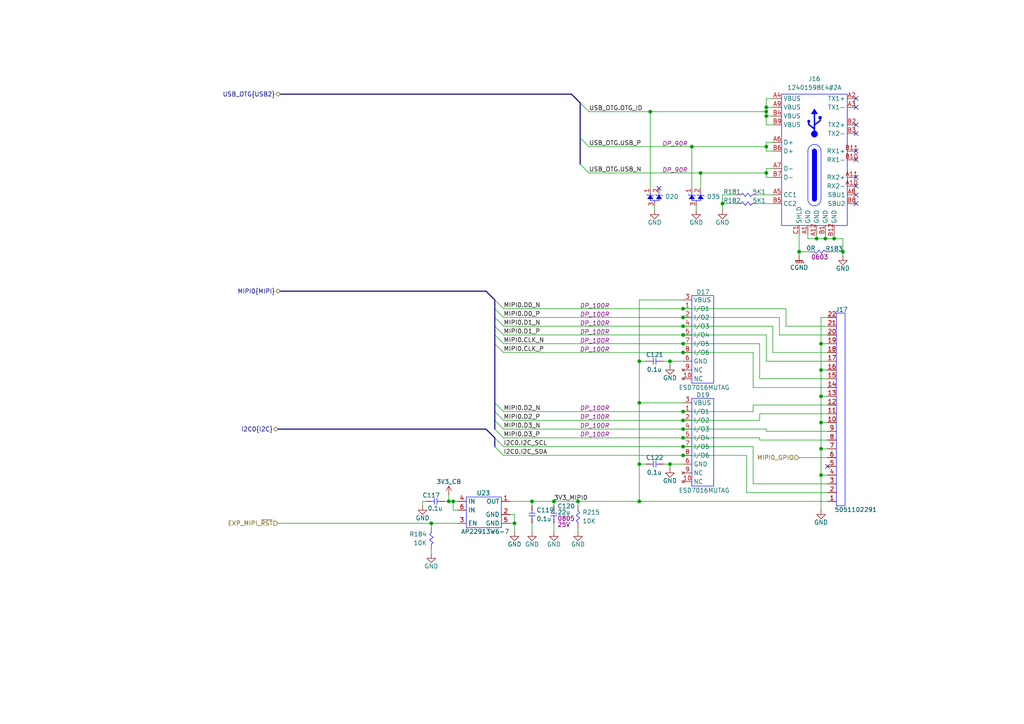
<source format=kicad_sch>
(kicad_sch (version 20250114) (generator "eeschema") (generator_version "9.0")
  (paper "A4")
  (title_block (title "RPI CMx Carrier") (date "2025-12-07") (rev "2.00-0A") (comment 1 "Jean-Francois Bilodeau") (comment 2 "P.Eng #6022173") (comment 3 "203-1690 Rue des quatre-saisons") (comment 4 "Sherbrooke, Canada, J1E0N2") (comment 5 "KiCad Rev 9.0") (comment 6 "Jean-Francois Bilodeau") (comment 7 "Not applicable") (comment 8 "Preliminary") (comment 9 "RPI_CMx_Carrier_2.00-0A_BOM"))
  (lib_symbols
    (symbol "KiCad_Pwr_Symbols:+3V3" (power) (pin_numbers (hide yes)) (pin_names (offset 0) (hide yes))
      (property "Value" "+3V3" (at 0 3.556 0))
      (symbol "+3V3_0_1"
        (polyline (pts (xy -0.762 1.27) (xy 0 2.54)))
        (polyline (pts (xy 0 2.54) (xy 0.762 1.27)))
        (polyline (pts (xy 0 0) (xy 0 2.54)))
      )
      (symbol "+3V3_1_1"
        (pin power_in line (at 0 0 90) (length 0) (name "~") (number "1"))
      )
    )
    (symbol "KiCad_Pwr_Symbols:GND" (power) (pin_numbers (hide yes)) (pin_names (offset 0) (hide yes))
      (property "Value" "GND" (at 0 -3.81 0))
      (symbol "GND_0_1"
        (polyline (pts (xy 0 0) (xy 0 -1.27) (xy 1.27 -1.27) (xy 0 -2.54) (xy -1.27 -1.27) (xy 0 -1.27)))
      )
      (symbol "GND_1_1"
        (pin power_in line (at 0 0 270) (length 0) (name "~") (number "1"))
      )
    )
    (symbol "KiCad_Pwr_Symbols:GNDPWR" (power) (pin_numbers (hide yes)) (pin_names (offset 0) (hide yes))
      (property "Value" "GNDPWR" (at 0 -3.302 0))
      (symbol "GNDPWR_0_1"
        (polyline (pts (xy -1.016 -1.27) (xy -1.27 -2.032) (xy -1.27 -2.032)) (stroke (width 0.2032)))
        (polyline (pts (xy -0.508 -1.27) (xy -0.762 -2.032) (xy -0.762 -2.032)) (stroke (width 0.2032)))
        (polyline (pts (xy 0 -1.27) (xy 0 0)))
        (polyline (pts (xy 0 -1.27) (xy -0.254 -2.032) (xy -0.254 -2.032)) (stroke (width 0.2032)))
        (polyline (pts (xy 0.508 -1.27) (xy 0.254 -2.032) (xy 0.254 -2.032)) (stroke (width 0.2032)))
        (polyline (pts (xy 1.016 -1.27) (xy -1.016 -1.27) (xy -1.016 -1.27)) (stroke (width 0.2032)))
        (polyline (pts (xy 1.016 -1.27) (xy 0.762 -2.032) (xy 0.762 -2.032) (xy 0.762 -2.032)) (stroke (width 0.2032)))
      )
      (symbol "GNDPWR_1_1"
        (pin power_in line (at 0 0 270) (length 0) (name "~") (number "1"))
      )
    )
    (symbol "KicadCompDb:Capacitors/CAP_CER_SMT_00001" (pin_numbers (hide yes)) (pin_names (offset 0) (hide yes))
      (property "Reference" "C" (at 2.54 1.651 0))
      (property "Value" "0.1u" (at 1.524 -1.524 0))
      (symbol "Capacitors/CAP_CER_SMT_00001_1_1"
        (polyline (pts (xy 2.159 0.889) (xy 2.159 -0.889)) (stroke (width 0) (color 0 0 255 1)))
        (polyline (pts (xy 2.159 0) (xy 1.27 0)) (stroke (width 0) (color 0 0 255 1)))
        (polyline (pts (xy 2.921 0.889) (xy 2.921 -0.889)) (stroke (width 0) (color 0 0 255 1)))
        (polyline (pts (xy 3.81 0) (xy 2.921 0)) (stroke (width 0) (color 0 0 255 1)))
        (pin passive line (at 0 0 0) (length 1.27) (name "") (number "1"))
        (pin passive line (at 5.08 0 180) (length 1.27) (name "") (number "2"))
      )
    )
    (symbol "KicadCompDb:Capacitors/CAP_CER_SMT_00011" (pin_numbers (hide yes)) (pin_names (offset 0) (hide yes))
      (property "Reference" "C" (at 2.54 1.651 0))
      (property "Value" "22u" (at 1.524 -1.524 0))
      (property "Package" "0805" (at 0 -16.256 0))
      (property "Voltage Rating" "25V" (at 0 0 0))
      (symbol "Capacitors/CAP_CER_SMT_00011_1_1"
        (polyline (pts (xy 2.159 0.889) (xy 2.159 -0.889)) (stroke (width 0) (color 0 0 255 1)))
        (polyline (pts (xy 2.159 0) (xy 1.27 0)) (stroke (width 0) (color 0 0 255 1)))
        (polyline (pts (xy 2.921 0.889) (xy 2.921 -0.889)) (stroke (width 0) (color 0 0 255 1)))
        (polyline (pts (xy 3.81 0) (xy 2.921 0)) (stroke (width 0) (color 0 0 255 1)))
        (pin passive line (at 0 0 0) (length 1.27) (name "") (number "1"))
        (pin passive line (at 5.08 0 180) (length 1.27) (name "") (number "2"))
      )
    )
    (symbol "KicadCompDb:Connector/CONN_00006" (pin_names (hide yes))
      (property "Reference" "J" (at 1.27 1.27 0))
      (property "Value" "5051102291" (at 0 0 0))
      (symbol "Connector/CONN_00006_1_1"
        (rectangle (start 0 0) (end 2.54 -55.88) (stroke (width 0) (color 0 0 255 1)))
        (pin passive line (at -2.54 -1.27 0) (length 2.54) (name "1") (number "1"))
        (pin passive line (at -2.54 -3.81 0) (length 2.54) (name "2") (number "2"))
        (pin passive line (at -2.54 -6.35 0) (length 2.54) (name "3") (number "3"))
        (pin passive line (at -2.54 -8.89 0) (length 2.54) (name "4") (number "4"))
        (pin passive line (at -2.54 -11.43 0) (length 2.54) (name "5") (number "5"))
        (pin passive line (at -2.54 -13.97 0) (length 2.54) (name "6") (number "6"))
        (pin passive line (at -2.54 -16.51 0) (length 2.54) (name "7") (number "7"))
        (pin passive line (at -2.54 -19.05 0) (length 2.54) (name "8") (number "8"))
        (pin passive line (at -2.54 -21.59 0) (length 2.54) (name "9") (number "9"))
        (pin passive line (at -2.54 -24.13 0) (length 2.54) (name "10") (number "10"))
        (pin passive line (at -2.54 -26.67 0) (length 2.54) (name "11") (number "11"))
        (pin passive line (at -2.54 -29.21 0) (length 2.54) (name "12") (number "12"))
        (pin passive line (at -2.54 -31.75 0) (length 2.54) (name "13") (number "13"))
        (pin passive line (at -2.54 -34.29 0) (length 2.54) (name "14") (number "14"))
        (pin passive line (at -2.54 -36.83 0) (length 2.54) (name "15") (number "15"))
        (pin passive line (at -2.54 -39.37 0) (length 2.54) (name "16") (number "16"))
        (pin passive line (at -2.54 -41.91 0) (length 2.54) (name "17") (number "17"))
        (pin passive line (at -2.54 -44.45 0) (length 2.54) (name "18") (number "18"))
        (pin passive line (at -2.54 -46.99 0) (length 2.54) (name "19") (number "19"))
        (pin passive line (at -2.54 -49.53 0) (length 2.54) (name "20") (number "20"))
        (pin passive line (at -2.54 -52.07 0) (length 2.54) (name "21") (number "21"))
        (pin passive line (at -2.54 -54.61 0) (length 2.54) (name "22") (number "22"))
      )
    )
    (symbol "KicadCompDb:Connector/CONN_00019"
      (property "Reference" "J" (at 9.525 1.27 0))
      (property "Value" "12401598E4#2A" (at 0 0 0))
      (symbol "Connector/CONN_00019_0_1"
        (polyline (pts (xy 7.62 -16.51) (xy 7.62 -30.48)) (stroke (width 0) (color 0 0 255 1)))
        (polyline (pts (xy 8.89 -16.51) (xy 8.89 -30.48)) (stroke (width 0) (color 0 0 255 1)) (fill (type outline)))
        (rectangle (start 8.89 -16.51) (end 10.16 -30.48) (stroke (width 0) (color 0 0 255 1)) (fill (type outline)))
        (arc (start 7.62 -16.51) (mid 8.178 -15.163) (end 9.525 -14.605) (stroke (width 0) (color 0 0 255 1)))
        (arc (start 8.89 -16.51) (mid 9.076 -16.061) (end 9.525 -15.875) (stroke (width 0) (color 0 0 255 1)) (fill (type outline)))
        (arc (start 9.525 -14.605) (mid 10.872 -15.163) (end 11.43 -16.51) (stroke (width 0) (color 0 0 255 1)))
        (arc (start 9.525 -15.875) (mid 9.974 -16.061) (end 10.16 -16.51) (stroke (width 0) (color 0 0 255 1)) (fill (type outline)))
        (arc (start 9.525 -31.115) (mid 9.076 -30.929) (end 8.89 -30.48) (stroke (width 0) (color 0 0 255 1)) (fill (type outline)))
        (arc (start 9.525 -32.385) (mid 8.178 -31.827) (end 7.62 -30.48) (stroke (width 0) (color 0 0 255 1)))
        (arc (start 10.16 -30.48) (mid 9.974 -30.929) (end 9.525 -31.115) (stroke (width 0) (color 0 0 255 1)) (fill (type outline)))
        (arc (start 11.43 -30.48) (mid 10.872 -31.827) (end 9.525 -32.385) (stroke (width 0) (color 0 0 255 1)))
        (polyline (pts (xy 10.16 -30.48) (xy 10.16 -16.51)) (stroke (width 0) (color 0 0 255 1)) (fill (type outline)))
        (polyline (pts (xy 11.43 -16.51) (xy 11.43 -30.48)) (stroke (width 0) (color 0 0 255 1)))
      )
      (symbol "Connector/CONN_00019_1_0"
        (pin power_in line (at -2.54 -6.35 0) (length 2.54) (name "VBUS") (number "B4"))
        (pin power_in line (at -2.54 -8.89 0) (length 2.54) (name "VBUS") (number "B9"))
        (pin bidirectional line (at -2.54 -16.51 0) (length 2.54) (name "D+") (number "B6"))
        (pin bidirectional line (at -2.54 -24.13 0) (length 2.54) (name "D-") (number "B7"))
        (pin bidirectional line (at -2.54 -31.75 0) (length 2.54) (name "CC2") (number "B5"))
        (pin power_in line (at 5.08 -40.64 90) (length 2.54) (name "SHLD") (number "C1"))
        (pin power_in line (at 10.16 -40.64 90) (length 2.54) (name "GND") (number "A12"))
        (pin power_in line (at 12.7 -40.64 90) (length 2.54) (name "GND") (number "B1"))
        (pin power_in line (at 15.24 -40.64 90) (length 2.54) (name "GND") (number "B12"))
        (pin bidirectional line (at 21.59 -8.89 180) (length 2.54) (name "TX2+") (number "B2"))
        (pin bidirectional line (at 21.59 -11.43 180) (length 2.54) (name "TX2-") (number "B3"))
        (pin bidirectional line (at 21.59 -16.51 180) (length 2.54) (name "RX1+") (number "B11"))
        (pin bidirectional line (at 21.59 -19.05 180) (length 2.54) (name "RX1-") (number "B10"))
        (pin input line (at 21.59 -31.75 180) (length 2.54) (name "SBU2") (number "B8"))
      )
      (symbol "Connector/CONN_00019_1_1"
        (rectangle (start 0 0) (end 19.05 -38.1) (stroke (width 0) (color 0 0 255 1)))
        (rectangle (start 7.747 -8.255) (end 8.001 -8.763) (stroke (width 0) (color 0 0 255 1)) (fill (type outline)))
        (circle (center 7.874 -7.874) (radius 0.3592) (stroke (width 0) (color 0 0 255 1)) (fill (type outline)))
        (polyline (pts (xy 8.001 -8.763) (xy 9.398 -9.779) (xy 9.398 -10.16) (xy 7.747 -8.89) (xy 7.747 -8.763) (xy 8.001 -8.763)) (stroke (width 0) (color 0 0 255 1)) (fill (type outline)))
        (polyline (pts (xy 8.636 -5.715) (xy 10.414 -5.715) (xy 9.525 -4.318) (xy 8.636 -5.715)) (stroke (width 0) (color 0 0 255 1)) (fill (type outline)))
        (rectangle (start 9.398 -5.08) (end 9.652 -11.176) (stroke (width 0) (color 0 0 255 1)) (fill (type outline)))
        (polyline (pts (xy 9.398 -10.033) (xy 9.525 -9.652)) (stroke (width 0) (color 0 0 255 1)))
        (circle (center 9.525 -11.557) (radius 0.898) (stroke (width 0) (color 0 0 255 1)) (fill (type color) (color 0 0 255 1)))
        (rectangle (start 10.795 -6.477) (end 11.557 -7.112) (stroke (width 0) (color 0 0 255 1)) (fill (type outline)))
        (polyline (pts (xy 11.049 -7.62) (xy 9.652 -8.636) (xy 9.652 -9.017) (xy 11.303 -7.747) (xy 11.303 -7.62) (xy 11.049 -7.62)) (stroke (width 0) (color 0 0 255 1)) (fill (type outline)))
        (rectangle (start 11.303 -7.112) (end 11.049 -7.62) (stroke (width 0) (color 0 0 255 1)) (fill (type outline)))
        (pin power_in line (at -2.54 -1.27 0) (length 2.54) (name "VBUS") (number "A4"))
        (pin power_in line (at -2.54 -3.81 0) (length 2.54) (name "VBUS") (number "A9"))
        (pin bidirectional line (at -2.54 -13.97 0) (length 2.54) (name "D+") (number "A6"))
        (pin bidirectional line (at -2.54 -21.59 0) (length 2.54) (name "D-") (number "A7"))
        (pin bidirectional line (at -2.54 -29.21 0) (length 2.54) (name "CC1") (number "A5"))
        (pin power_out line (at 7.62 -40.64 90) (length 2.54) (name "GND") (number "A1"))
        (pin bidirectional line (at 21.59 -1.27 180) (length 2.54) (name "TX1+") (number "A2"))
        (pin bidirectional line (at 21.59 -3.81 180) (length 2.54) (name "TX1-") (number "A3"))
        (pin bidirectional line (at 21.59 -24.13 180) (length 2.54) (name "RX2+") (number "A11"))
        (pin bidirectional line (at 21.59 -26.67 180) (length 2.54) (name "RX2-") (number "A10"))
        (pin input line (at 21.59 -29.21 180) (length 2.54) (name "SBU1") (number "A8"))
      )
    )
    (symbol "KicadCompDb:ESD Diodes/ESD_DIODE_00001"
      (property "Reference" "D" (at 3.048 1.016 0))
      (property "Value" "ESD7016MUTAG" (at 0 0 0))
      (symbol "ESD Diodes/ESD_DIODE_00001_0_1"
        (rectangle (start 0 0) (end 6.35 -25.4) (stroke (width 0) (color 0 0 255 1)))
      )
      (symbol "ESD Diodes/ESD_DIODE_00001_1_1"
        (pin power_in line (at -2.54 -1.27 0) (length 2.54) (name "VBUS") (number "3"))
        (pin input line (at -2.54 -3.81 0) (length 2.54) (name "I/O1") (number "1"))
        (pin input line (at -2.54 -6.35 0) (length 2.54) (name "I/O2") (number "2"))
        (pin input line (at -2.54 -8.89 0) (length 2.54) (name "I/O3") (number "4"))
        (pin input line (at -2.54 -11.43 0) (length 2.54) (name "I/O4") (number "5"))
        (pin input line (at -2.54 -13.97 0) (length 2.54) (name "I/O5") (number "7"))
        (pin input line (at -2.54 -16.51 0) (length 2.54) (name "I/O6") (number "8"))
        (pin power_in line (at -2.54 -19.05 0) (length 2.54) (name "GND") (number "6"))
        (pin no_connect line (at -2.54 -21.59 0) (length 2.54) (name "NC") (number "9"))
        (pin no_connect line (at -2.54 -24.13 0) (length 2.54) (name "NC") (number "10"))
      )
    )
    (symbol "KicadCompDb:ESD Diodes/ESD_DIODE_00002" (pin_names (offset 0) (hide yes))
      (property "Reference" "D" (at 1.27 1.524 0))
      (property "Value" "D1213A-02SOL-7" (at 1.524 -1.524 0))
      (property "V(r)" "3.3V" (at 0.254 -20.32 0))
      (symbol "ESD Diodes/ESD_DIODE_00002_0_1"
        (polyline (pts (xy 0 -1.016) (xy 0 -2.032)) (stroke (width 0) (color 0 0 255 1)))
        (polyline (pts (xy 0 -2.032) (xy -0.762 -2.032) (xy -1.016 -1.778)) (stroke (width 0) (color 0 0 255 1)))
        (polyline (pts (xy 0 -2.032) (xy 0.508 -2.032) (xy 0.762 -2.032) (xy 1.016 -2.286)) (stroke (width 0) (color 0 0 255 1)))
        (polyline (pts (xy 0 -3.048) (xy 0 -3.556) (xy 1.27 -3.556) (xy 1.27 -4.064)) (stroke (width 0) (color 0 0 255 1)))
        (polyline (pts (xy 0 -3.048) (xy 0.762 -3.048) (xy 0 -2.032) (xy -0.762 -3.048) (xy 0 -3.048)) (stroke (width 0) (color 0 0 255 1)) (fill (type outline)))
        (polyline (pts (xy 2.54 -1.27) (xy 2.54 -2.032)) (stroke (width 0) (color 0 0 255 1)))
        (polyline (pts (xy 2.54 -2.032) (xy 1.778 -2.032) (xy 1.524 -1.778)) (stroke (width 0) (color 0 0 255 1)))
        (polyline (pts (xy 2.54 -2.032) (xy 3.048 -2.032) (xy 3.302 -2.032) (xy 3.556 -2.286)) (stroke (width 0) (color 0 0 255 1)))
        (polyline (pts (xy 2.54 -3.048) (xy 3.302 -3.048) (xy 2.54 -2.032) (xy 1.778 -3.048) (xy 2.54 -3.048)) (stroke (width 0) (color 0 0 255 1)) (fill (type outline)))
        (polyline (pts (xy 2.54 -3.556) (xy 1.27 -3.556)) (stroke (width 0) (color 0 0 255 1)))
        (polyline (pts (xy 2.54 -3.556) (xy 2.54 -3.556) (xy 2.54 -3.048)) (stroke (width 0) (color 0 0 255 1)))
      )
      (symbol "ESD Diodes/ESD_DIODE_00002_1_1"
        (pin passive line (at 0 0 270) (length 1.27) (name "1") (number "1"))
        (pin passive line (at 1.27 -5.08 90) (length 1.016) (name "GND") (number "3"))
        (pin passive line (at 2.54 0 270) (length 1.27) (name "A") (number "2"))
      )
    )
    (symbol "KicadCompDb:Load Switch/LOAD_SW_00001"
      (property "Reference" "U" (at 5.08 1.016 0))
      (property "Value" "AP22913W6-7" (at 0 0 0))
      (symbol "Load Switch/LOAD_SW_00001_1_1"
        (rectangle (start 0 0) (end 10.16 -8.89) (stroke (width 0) (color 0 0 255 1)))
        (pin input line (at -2.54 -1.27 0) (length 2.54) (name "IN") (number "4"))
        (pin input line (at -2.54 -3.81 0) (length 2.54) (name "IN") (number "6"))
        (pin input line (at -2.54 -7.62 0) (length 2.54) (name "EN") (number "3"))
        (pin power_out line (at 12.7 -1.27 180) (length 2.54) (name "OUT") (number "1"))
        (pin power_in line (at 12.7 -5.08 180) (length 2.54) (name "GND") (number "2"))
        (pin power_in line (at 12.7 -7.62 180) (length 2.54) (name "GND") (number "5"))
      )
    )
    (symbol "KicadCompDb:Resistors/RES_SMT_00013" (pin_numbers (hide yes)) (pin_names (offset 0) (hide yes))
      (property "Reference" "R" (at 1.524 1.524 0))
      (property "Value" "10K" (at 1.524 -1.524 0))
      (symbol "Resistors/RES_SMT_00013_1_1"
        (polyline (pts (xy 0.254 0) (xy 0 0)) (stroke (width 0) (color 0 0 255 1)))
        (polyline (pts (xy 0.254 0) (xy 0.762 0.508) (xy 1.524 -0.508) (xy 2.286 0.508) (xy 3.048 -0.508) (xy 3.556 0)) (stroke (width 0) (color 0 0 255 1)))
        (polyline (pts (xy 3.81 0) (xy 3.556 0)) (stroke (width 0) (color 0 0 255 1)))
        (pin passive line (at -1.27 0 0) (length 1.27) (name "") (number "1"))
        (pin passive line (at 5.08 0 180) (length 1.27) (name "") (number "2"))
      )
    )
    (symbol "KicadCompDb:Resistors/RES_SMT_00021" (pin_numbers (hide yes)) (pin_names (offset 0) (hide yes))
      (property "Reference" "R" (at 1.524 1.524 0))
      (property "Value" "0R" (at 1.524 -1.524 0))
      (property "Tolerance" "1%" (at 2.794 -3.302 0))
      (property "Power" "1/10W" (at 2.286 -1.524 0))
      (symbol "Resistors/RES_SMT_00021_1_1"
        (polyline (pts (xy 0 0) (xy 0.508 0.508) (xy 1.27 -0.508) (xy 2.032 0.508) (xy 2.794 -0.508) (xy 3.302 0)) (stroke (width 0) (color 0 0 255 1)))
        (pin passive line (at -1.27 0 0) (length 1.27) (name "") (number "1"))
        (pin passive line (at 4.572 0 180) (length 1.27) (name "") (number "2"))
      )
    )
    (symbol "KicadCompDb:Resistors/RES_SMT_00034" (pin_numbers (hide yes)) (pin_names (offset 0) (hide yes))
      (property "Reference" "R" (at 1.524 1.524 0))
      (property "Value" "5K1" (at 1.524 -1.524 0))
      (symbol "Resistors/RES_SMT_00034_1_1"
        (polyline (pts (xy 0.254 0) (xy 0 0)) (stroke (width 0) (color 0 0 255 1)))
        (polyline (pts (xy 0.254 0) (xy 0.762 0.508) (xy 1.524 -0.508) (xy 2.286 0.508) (xy 3.048 -0.508) (xy 3.556 0)) (stroke (width 0) (color 0 0 255 1)))
        (polyline (pts (xy 3.81 0) (xy 3.556 0)) (stroke (width 0) (color 0 0 255 1)))
        (pin passive line (at -1.27 0 0) (length 1.27) (name "") (number "1"))
        (pin passive line (at 5.08 0 180) (length 1.27) (name "") (number "2"))
      )
    )
  )
  (junction (at 200.66 42.545))
  (junction (at 185.42 145.415))
  (junction (at 185.42 104.775))
  (junction (at 244.475 73.025))
  (junction (at 185.42 134.62))
  (junction (at 222.25 32.385))
  (junction (at 198.12 99.695))
  (junction (at 198.12 129.54))
  (junction (at 198.12 124.46))
  (junction (at 238.125 137.795))
  (junction (at 198.12 102.235))
  (junction (at 130.175 145.415))
  (junction (at 222.25 31.115))
  (junction (at 238.125 130.175))
  (junction (at 198.12 119.38))
  (junction (at 198.12 127))
  (junction (at 238.125 99.695))
  (junction (at 188.595 32.385))
  (junction (at 241.935 69.215))
  (junction (at 185.42 116.84))
  (junction (at 198.12 132.08))
  (junction (at 239.395 69.215))
  (junction (at 154.305 145.415))
  (junction (at 194.31 134.62))
  (junction (at 198.12 89.535))
  (junction (at 231.775 73.025))
  (junction (at 160.655 145.415))
  (junction (at 198.12 97.155))
  (junction (at 131.445 145.415))
  (junction (at 238.125 107.315))
  (junction (at 236.855 69.215))
  (junction (at 125.095 151.765))
  (junction (at 149.225 151.765))
  (junction (at 167.64 145.415))
  (junction (at 238.125 122.555))
  (junction (at 238.125 114.935))
  (junction (at 222.25 42.545))
  (junction (at 209.55 59.055))
  (junction (at 198.12 94.615))
  (junction (at 222.25 33.655))
  (junction (at 198.12 92.075))
  (junction (at 198.12 121.92))
  (junction (at 222.25 50.165))
  (junction (at 194.31 104.775))
  (junction (at 203.2 50.165))
  (no_connect (at 248.285 53.975))
  (no_connect (at 248.285 43.815))
  (no_connect (at 248.285 56.515))
  (no_connect (at 240.03 135.255))
  (no_connect (at 248.285 46.355))
  (no_connect (at 191.135 54.61))
  (no_connect (at 248.285 31.115))
  (no_connect (at 248.285 28.575))
  (no_connect (at 248.285 36.195))
  (no_connect (at 248.285 38.735))
  (no_connect (at 248.285 51.435))
  (no_connect (at 248.285 59.055))
  (bus_entry (at 143.51 94.615) (size 2.54 2.54))
  (bus_entry (at 143.51 99.695) (size 2.54 2.54))
  (bus_entry (at 143.51 92.075) (size 2.54 2.54))
  (bus_entry (at 168.275 40.005) (size 2.54 2.54))
  (bus_entry (at 143.51 127) (size 2.54 2.54))
  (bus_entry (at 168.275 29.845) (size 2.54 2.54))
  (bus_entry (at 168.275 47.625) (size 2.54 2.54))
  (bus_entry (at 143.51 129.54) (size 2.54 2.54))
  (bus_entry (at 143.51 97.155) (size 2.54 2.54))
  (bus_entry (at 143.51 86.995) (size 2.54 2.54))
  (bus_entry (at 143.51 89.535) (size 2.54 2.54))
  (bus_entry (at 143.51 119.38) (size 2.54 2.54))
  (bus_entry (at 143.51 121.92) (size 2.54 2.54))
  (bus_entry (at 143.51 124.46) (size 2.54 2.54))
  (bus_entry (at 143.51 116.84) (size 2.54 2.54))
  (wire (pts (xy 209.55 59.055) (xy 209.55 60.96)))
  (wire (pts (xy 131.445 147.955) (xy 132.715 147.955)))
  (wire (pts (xy 238.125 99.695) (xy 240.03 99.695)))
  (wire (pts (xy 236.855 67.945) (xy 236.855 69.215)))
  (wire (pts (xy 226.06 92.075) (xy 226.06 97.155)))
  (wire (pts (xy 189.865 59.69) (xy 189.865 60.96)))
  (wire (pts (xy 227.965 89.535) (xy 227.965 94.615)))
  (wire (pts (xy 198.12 94.615) (xy 224.155 94.615)))
  (bus (pts (xy 168.275 40.005) (xy 168.275 47.625)))
  (wire (pts (xy 80.645 151.765) (xy 125.095 151.765)))
  (wire (pts (xy 198.12 92.075) (xy 226.06 92.075)))
  (wire (pts (xy 209.55 56.515) (xy 213.36 56.515)))
  (wire (pts (xy 222.25 42.545) (xy 222.25 43.815)))
  (wire (pts (xy 200.66 42.545) (xy 200.66 54.61)))
  (wire (pts (xy 198.12 132.08) (xy 216.535 132.08)))
  (wire (pts (xy 209.55 56.515) (xy 209.55 59.055)))
  (wire (pts (xy 244.475 69.215) (xy 244.475 73.025)))
  (wire (pts (xy 188.595 32.385) (xy 222.25 32.385)))
  (wire (pts (xy 244.475 73.025) (xy 244.475 74.295)))
  (wire (pts (xy 185.42 116.84) (xy 185.42 134.62)))
  (wire (pts (xy 218.44 117.475) (xy 218.44 119.38)))
  (bus (pts (xy 81.28 84.455) (xy 140.97 84.455)))
  (wire (pts (xy 198.12 124.46) (xy 222.25 124.46)))
  (wire (pts (xy 220.345 120.015) (xy 220.345 121.92)))
  (wire (pts (xy 231.775 132.715) (xy 240.03 132.715)))
  (wire (pts (xy 222.25 124.46) (xy 222.25 125.095)))
  (wire (pts (xy 222.25 51.435) (xy 224.155 51.435)))
  (wire (pts (xy 192.405 104.775) (xy 194.31 104.775)))
  (bus (pts (xy 143.51 97.155) (xy 143.51 99.695)))
  (wire (pts (xy 218.44 140.335) (xy 240.03 140.335)))
  (wire (pts (xy 203.2 50.165) (xy 222.25 50.165)))
  (wire (pts (xy 220.345 127.635) (xy 240.03 127.635)))
  (wire (pts (xy 231.775 67.945) (xy 231.775 73.025)))
  (wire (pts (xy 216.535 132.08) (xy 216.535 142.875)))
  (wire (pts (xy 222.25 41.275) (xy 222.25 42.545)))
  (wire (pts (xy 226.06 97.155) (xy 240.03 97.155)))
  (bus (pts (xy 143.51 121.92) (xy 143.51 124.46)))
  (wire (pts (xy 160.655 145.415) (xy 154.305 145.415)))
  (wire (pts (xy 185.42 104.775) (xy 185.42 116.84)))
  (wire (pts (xy 194.31 104.775) (xy 198.12 104.775)))
  (wire (pts (xy 154.305 151.765) (xy 154.305 154.305)))
  (wire (pts (xy 146.05 127) (xy 198.12 127)))
  (wire (pts (xy 146.05 129.54) (xy 198.12 129.54)))
  (wire (pts (xy 203.2 50.165) (xy 203.2 54.61)))
  (wire (pts (xy 167.64 145.415) (xy 185.42 145.415)))
  (wire (pts (xy 125.095 159.385) (xy 125.095 160.655)))
  (bus (pts (xy 143.51 119.38) (xy 143.51 121.92)))
  (wire (pts (xy 167.64 154.305) (xy 167.64 153.035)))
  (wire (pts (xy 185.42 86.995) (xy 198.12 86.995)))
  (wire (pts (xy 170.815 42.545) (xy 200.66 42.545)))
  (wire (pts (xy 185.42 86.995) (xy 185.42 104.775)))
  (wire (pts (xy 185.42 104.775) (xy 187.325 104.775)))
  (wire (pts (xy 185.42 145.415) (xy 240.03 145.415)))
  (wire (pts (xy 238.125 92.075) (xy 240.03 92.075)))
  (wire (pts (xy 219.71 56.515) (xy 224.155 56.515)))
  (bus (pts (xy 143.51 89.535) (xy 143.51 92.075)))
  (wire (pts (xy 238.125 107.315) (xy 238.125 114.935)))
  (wire (pts (xy 222.25 31.115) (xy 224.155 31.115)))
  (wire (pts (xy 198.12 97.155) (xy 222.25 97.155)))
  (wire (pts (xy 219.71 59.055) (xy 224.155 59.055)))
  (wire (pts (xy 146.05 92.075) (xy 198.12 92.075)))
  (wire (pts (xy 216.535 142.875) (xy 240.03 142.875)))
  (wire (pts (xy 200.66 42.545) (xy 222.25 42.545)))
  (wire (pts (xy 146.05 99.695) (xy 198.12 99.695)))
  (wire (pts (xy 222.25 32.385) (xy 222.25 33.655)))
  (wire (pts (xy 220.345 127) (xy 220.345 127.635)))
  (wire (pts (xy 149.225 151.765) (xy 149.225 154.305)))
  (wire (pts (xy 236.855 69.215) (xy 239.395 69.215)))
  (bus (pts (xy 143.51 92.075) (xy 143.51 94.615)))
  (wire (pts (xy 188.595 32.385) (xy 188.595 54.61)))
  (wire (pts (xy 238.125 130.175) (xy 240.03 130.175)))
  (bus (pts (xy 143.51 86.995) (xy 143.51 89.535)))
  (bus (pts (xy 140.97 84.455) (xy 143.51 86.995)))
  (wire (pts (xy 234.95 73.025) (xy 231.775 73.025)))
  (wire (pts (xy 238.125 92.075) (xy 238.125 99.695)))
  (wire (pts (xy 146.05 94.615) (xy 198.12 94.615)))
  (wire (pts (xy 241.935 69.215) (xy 244.475 69.215)))
  (wire (pts (xy 209.55 59.055) (xy 213.36 59.055)))
  (bus (pts (xy 143.51 127) (xy 143.51 129.54)))
  (bus (pts (xy 165.735 27.305) (xy 168.275 29.845)))
  (wire (pts (xy 131.445 145.415) (xy 132.715 145.415)))
  (bus (pts (xy 168.275 29.845) (xy 168.275 40.005)))
  (wire (pts (xy 149.225 149.225) (xy 149.225 151.765)))
  (wire (pts (xy 198.12 89.535) (xy 227.965 89.535)))
  (wire (pts (xy 238.125 122.555) (xy 240.03 122.555)))
  (wire (pts (xy 130.175 143.51) (xy 130.175 145.415)))
  (wire (pts (xy 198.12 102.235) (xy 218.44 102.235)))
  (wire (pts (xy 198.12 119.38) (xy 218.44 119.38)))
  (wire (pts (xy 238.125 114.935) (xy 240.03 114.935)))
  (wire (pts (xy 220.345 99.695) (xy 220.345 109.855)))
  (wire (pts (xy 222.25 125.095) (xy 240.03 125.095)))
  (wire (pts (xy 222.25 48.895) (xy 222.25 50.165)))
  (wire (pts (xy 238.125 107.315) (xy 240.03 107.315)))
  (wire (pts (xy 146.05 89.535) (xy 198.12 89.535)))
  (wire (pts (xy 146.05 132.08) (xy 198.12 132.08)))
  (wire (pts (xy 147.955 149.225) (xy 149.225 149.225)))
  (wire (pts (xy 222.25 33.655) (xy 224.155 33.655)))
  (wire (pts (xy 218.44 112.395) (xy 240.03 112.395)))
  (wire (pts (xy 185.42 116.84) (xy 198.12 116.84)))
  (wire (pts (xy 222.25 43.815) (xy 224.155 43.815)))
  (wire (pts (xy 239.395 69.215) (xy 241.935 69.215)))
  (bus (pts (xy 81.28 27.305) (xy 165.735 27.305)))
  (wire (pts (xy 185.42 134.62) (xy 185.42 145.415)))
  (wire (pts (xy 224.155 102.235) (xy 240.03 102.235)))
  (wire (pts (xy 224.155 94.615) (xy 224.155 102.235)))
  (wire (pts (xy 218.44 102.235) (xy 218.44 112.395)))
  (wire (pts (xy 160.655 145.415) (xy 160.655 146.685)))
  (wire (pts (xy 218.44 129.54) (xy 218.44 140.335)))
  (wire (pts (xy 234.315 67.945) (xy 234.315 69.215)))
  (wire (pts (xy 227.965 94.615) (xy 240.03 94.615)))
  (wire (pts (xy 125.095 151.765) (xy 125.095 153.035)))
  (wire (pts (xy 238.125 122.555) (xy 238.125 130.175)))
  (wire (pts (xy 146.05 119.38) (xy 198.12 119.38)))
  (wire (pts (xy 125.095 151.765) (xy 132.715 151.765)))
  (wire (pts (xy 160.655 145.415) (xy 167.64 145.415)))
  (wire (pts (xy 234.315 69.215) (xy 236.855 69.215)))
  (wire (pts (xy 122.555 145.415) (xy 123.825 145.415)))
  (bus (pts (xy 143.51 99.695) (xy 143.51 116.84)))
  (wire (pts (xy 220.345 109.855) (xy 240.03 109.855)))
  (wire (pts (xy 201.93 59.69) (xy 201.93 60.96)))
  (bus (pts (xy 80.645 124.46) (xy 140.97 124.46)))
  (wire (pts (xy 146.05 102.235) (xy 198.12 102.235)))
  (wire (pts (xy 222.25 31.115) (xy 222.25 32.385)))
  (wire (pts (xy 238.125 99.695) (xy 238.125 107.315)))
  (wire (pts (xy 222.25 50.165) (xy 222.25 51.435)))
  (wire (pts (xy 198.12 99.695) (xy 220.345 99.695)))
  (wire (pts (xy 170.815 50.165) (xy 203.2 50.165)))
  (wire (pts (xy 218.44 117.475) (xy 240.03 117.475)))
  (wire (pts (xy 222.25 97.155) (xy 222.25 104.775)))
  (wire (pts (xy 194.31 134.62) (xy 194.31 135.89)))
  (wire (pts (xy 238.125 130.175) (xy 238.125 137.795)))
  (wire (pts (xy 222.25 36.195) (xy 224.155 36.195)))
  (wire (pts (xy 222.25 41.275) (xy 224.155 41.275)))
  (wire (pts (xy 222.25 28.575) (xy 222.25 31.115)))
  (wire (pts (xy 131.445 145.415) (xy 131.445 147.955)))
  (wire (pts (xy 147.955 151.765) (xy 149.225 151.765)))
  (wire (pts (xy 185.42 134.62) (xy 187.325 134.62)))
  (wire (pts (xy 222.25 28.575) (xy 224.155 28.575)))
  (wire (pts (xy 220.345 120.015) (xy 240.03 120.015)))
  (wire (pts (xy 244.475 73.025) (xy 240.792 73.025)))
  (wire (pts (xy 192.405 134.62) (xy 194.31 134.62)))
  (wire (pts (xy 198.12 121.92) (xy 220.345 121.92)))
  (wire (pts (xy 238.125 137.795) (xy 238.125 147.955)))
  (wire (pts (xy 239.395 67.945) (xy 239.395 69.215)))
  (wire (pts (xy 241.935 67.945) (xy 241.935 69.215)))
  (bus (pts (xy 143.51 116.84) (xy 143.51 119.38)))
  (wire (pts (xy 146.05 124.46) (xy 198.12 124.46)))
  (wire (pts (xy 231.775 73.025) (xy 231.775 74.295)))
  (wire (pts (xy 170.815 32.385) (xy 188.595 32.385)))
  (wire (pts (xy 146.05 97.155) (xy 198.12 97.155)))
  (wire (pts (xy 160.655 151.765) (xy 160.655 154.305)))
  (wire (pts (xy 167.64 145.415) (xy 167.64 146.685)))
  (wire (pts (xy 194.31 134.62) (xy 198.12 134.62)))
  (wire (pts (xy 198.12 129.54) (xy 218.44 129.54)))
  (wire (pts (xy 198.12 127) (xy 220.345 127)))
  (wire (pts (xy 194.31 104.775) (xy 194.31 106.045)))
  (wire (pts (xy 238.125 114.935) (xy 238.125 122.555)))
  (wire (pts (xy 146.05 121.92) (xy 198.12 121.92)))
  (wire (pts (xy 238.125 137.795) (xy 240.03 137.795)))
  (wire (pts (xy 222.25 48.895) (xy 224.155 48.895)))
  (bus (pts (xy 143.51 127) (xy 140.97 124.46)))
  (wire (pts (xy 222.25 104.775) (xy 240.03 104.775)))
  (wire (pts (xy 222.25 33.655) (xy 222.25 36.195)))
  (wire (pts (xy 147.955 145.415) (xy 154.305 145.415)))
  (wire (pts (xy 131.445 145.415) (xy 130.175 145.415)))
  (wire (pts (xy 154.305 145.415) (xy 154.305 146.685)))
  (wire (pts (xy 122.555 145.415) (xy 122.555 146.685)))
  (bus (pts (xy 143.51 94.615) (xy 143.51 97.155)))
  (wire (pts (xy 128.905 145.415) (xy 130.175 145.415)))
  (label "MIPI0.D3_N" (at 146.05 124.46 0) (property "Netclass" "DP_100R" (at 168.148 123.444 0) (effects (font (italic yes)) (justify left))))
  (label "MIPI0.D2_N" (at 146.05 119.38 0) (property "Netclass" "DP_100R" (at 168.148 118.364 0) (effects (font (italic yes)) (justify left))))
  (label "USB_OTG.USB_P" (at 170.815 42.545 0) (property "Netclass" "DP_90R" (at 192.024 41.656 0) (effects (font (italic yes)) (justify left))))
  (label "USB_OTG.USB_N" (at 170.815 50.165 0) (property "Netclass" "DP_90R" (at 192.024 49.276 0) (effects (font (italic yes)) (justify left))))
  (label "I2C0.I2C_SDA" (at 146.05 132.08 0))
  (label "USB_OTG.OTG_ID" (at 170.815 32.385 0) (property "Netclass" "DP_90R" (effects (hide yes))))
  (label "MIPI0.CLK_P" (at 146.05 102.235 0) (property "Netclass" "DP_100R" (at 168.148 101.346 0) (effects (font (italic yes)) (justify left))))
  (label "MIPI0.D2_P" (at 146.05 121.92 0) (property "Netclass" "DP_100R" (at 168.148 120.904 0) (effects (font (italic yes)) (justify left))))
  (label "MIPI0.D1_N" (at 146.05 94.615 0) (property "Netclass" "DP_100R" (at 168.148 93.726 0) (effects (font (italic yes)) (justify left))))
  (label "MIPI0.D1_P" (at 146.05 97.155 0) (property "Netclass" "DP_100R" (at 168.148 96.266 0) (effects (font (italic yes)) (justify left))))
  (label "MIPI0.CLK_N" (at 146.05 99.695 0) (property "Netclass" "DP_100R" (at 168.148 98.806 0) (effects (font (italic yes)) (justify left))))
  (label "I2C0.I2C_SCL" (at 146.05 129.54 0))
  (label "MIPI0.D0_N" (at 146.05 89.535 0) (property "Netclass" "DP_100R" (at 168.148 88.646 0) (effects (font (italic yes)) (justify left))))
  (label "3V3_MIPI0" (at 160.655 145.415 0))
  (label "MIPI0.D0_P" (at 146.05 92.075 0) (property "Netclass" "DP_100R" (at 172.466 91.186 0) (effects (font (italic yes)))))
  (label "MIPI0.D3_P" (at 146.05 127 0) (property "Netclass" "DP_100R" (at 168.148 125.984 0) (effects (font (italic yes)) (justify left))))
  (hierarchical_label "USB_OTG{USB2}" (shape bidirectional) (at 81.28 27.305 180))
  (hierarchical_label "MIPI0_GPIO" (shape input) (at 231.775 132.715 180))
  (hierarchical_label "EXP_MIPI_~{RST}" (shape input) (at 80.645 151.765 180))
  (hierarchical_label "MIPI0{MIPI}" (shape bidirectional) (at 81.28 84.455 180))
  (hierarchical_label "I2C0{I2C}" (shape bidirectional) (at 80.645 124.46 180))
  (symbol (lib_id "KiCad_Pwr_Symbols:GND") (at 238.125 147.955 0) (unit 1)
    (property "Reference" "#PWR0358" (effects (hide yes)))
    (property "Value" "GND" (at 238.125 151.511 0))
    (property "Description" "Power symbol creates a global label with name \"GND\" , ground" (effects (hide yes)))
  )
  (symbol (lib_id "KiCad_Pwr_Symbols:+3V3") (at 130.175 143.51 0) (unit 1)
    (property "Reference" "#PWR0306" (effects (hide yes)))
    (property "Value" "3V3_CB" (at 130.175 139.7 0))
    (property "Description" "Power symbol creates a global label with name \"+3V3\"" (effects (hide yes)))
  )
  (symbol (lib_id "KicadCompDb:Capacitors/CAP_CER_SMT_00001") (at 123.825 145.415 0) (unit 1)
    (property "Reference" "C117" (at 127.635 143.637 0) (effects (justify right)))
    (property "Value" "0.1u" (at 128.397 147.447 0) (effects (justify right)))
    (property "Footprint" "footprint:CAP_NONPOL_0402" (effects (hide yes)))
    (property "Datasheet" "https://search.murata.co.jp/Ceramy/image/img/A01X/G101/ENG/GRM155R71H104KE14-01.pdf" (effects (hide yes)))
    (property "Description" "CAP CER 0.1UF 50V X7R 0402" (effects (hide yes)))
    (property "Tolerance" "±10%" (effects (hide yes)))
    (property "Dielectric" "X7R" (effects (hide yes)))
    (property "Package" "0402" (effects (hide yes)))
    (property "Operating Temperature" "-55°C ~ 125°C" (effects (hide yes)))
    (property "Voltage Rating" "50V" (effects (hide yes)))
    (property "Manufacturer" "Murata Electronics" (effects (hide yes)))
    (property "Manufacturer Part Number" "GRM155R71H104KE14D" (effects (hide yes)))
    (property "Distributor" "DigiKey" (effects (hide yes)))
    (property "Distributor Part Number" "490-10700-1-ND" (effects (hide yes)))
    (property "Type" "CER SMT" (effects (hide yes)))
    (property "Dimensions" "1.00mm x 0.50mm" (effects (hide yes)))
  )
  (symbol (lib_id "KicadCompDb:Capacitors/CAP_CER_SMT_00001") (at 192.405 104.775 0) (mirror y) (unit 1)
    (property "Reference" "C121" (at 187.325 102.87 0) (effects (justify right)))
    (property "Value" "0.1u" (at 187.579 107.188 0) (effects (justify right)))
    (property "Footprint" "footprint:CAP_NONPOL_0402" (effects (hide yes)))
    (property "Datasheet" "https://search.murata.co.jp/Ceramy/image/img/A01X/G101/ENG/GRM155R71H104KE14-01.pdf" (effects (hide yes)))
    (property "Description" "CAP CER 0.1UF 50V X7R 0402" (effects (hide yes)))
    (property "Tolerance" "±10%" (effects (hide yes)))
    (property "Dielectric" "X7R" (effects (hide yes)))
    (property "Package" "0402" (effects (hide yes)))
    (property "Operating Temperature" "-55°C ~ 125°C" (effects (hide yes)))
    (property "Voltage Rating" "50V" (effects (hide yes)))
    (property "Manufacturer" "Murata Electronics" (effects (hide yes)))
    (property "Manufacturer Part Number" "GRM155R71H104KE14D" (effects (hide yes)))
    (property "Distributor" "DigiKey" (effects (hide yes)))
    (property "Distributor Part Number" "490-10700-1-ND" (effects (hide yes)))
    (property "Type" "CER SMT" (effects (hide yes)))
    (property "Dimensions" "1.00mm x 0.50mm" (effects (hide yes)))
  )
  (symbol (lib_id "KiCad_Pwr_Symbols:GNDPWR") (at 231.775 74.295 0) (mirror y) (unit 1)
    (property "Reference" "#PWR0282" (effects (hide yes)))
    (property "Value" "CGND" (at 231.775 77.597 0))
    (property "Description" "Power symbol creates a global label with name \"GNDPWR\" , global ground" (effects (hide yes)))
  )
  (symbol (lib_id "KiCad_Pwr_Symbols:GND") (at 122.555 146.685 0) (unit 1)
    (property "Reference" "#PWR0283" (effects (hide yes)))
    (property "Value" "GND" (at 122.555 150.241 0))
    (property "Description" "Power symbol creates a global label with name \"GND\" , ground" (effects (hide yes)))
  )
  (symbol (lib_id "KiCad_Pwr_Symbols:GND") (at 194.31 135.89 0) (unit 1)
    (property "Reference" "#PWR0357" (effects (hide yes)))
    (property "Value" "GND" (at 194.31 139.446 0))
    (property "Description" "Power symbol creates a global label with name \"GND\" , ground" (effects (hide yes)))
  )
  (symbol (lib_id "KiCad_Pwr_Symbols:GND") (at 244.475 74.295 0) (mirror y) (unit 1)
    (property "Reference" "#PWR0281" (effects (hide yes)))
    (property "Value" "GND" (at 244.475 77.851 0))
    (property "Description" "Power symbol creates a global label with name \"GND\" , ground" (effects (hide yes)))
  )
  (symbol (lib_id "KiCad_Pwr_Symbols:GND") (at 189.865 60.96 0) (unit 1)
    (property "Reference" "#PWR0359" (effects (hide yes)))
    (property "Value" "GND" (at 189.865 64.516 0))
    (property "Description" "Power symbol creates a global label with name \"GND\" , ground" (effects (hide yes)))
  )
  (symbol (lib_id "KicadCompDb:Capacitors/CAP_CER_SMT_00001") (at 192.405 134.62 0) (mirror y) (unit 1)
    (property "Reference" "C122" (at 187.325 132.715 0) (effects (justify right)))
    (property "Value" "0.1u" (at 187.579 137.033 0) (effects (justify right)))
    (property "Footprint" "footprint:CAP_NONPOL_0402" (effects (hide yes)))
    (property "Datasheet" "https://search.murata.co.jp/Ceramy/image/img/A01X/G101/ENG/GRM155R71H104KE14-01.pdf" (effects (hide yes)))
    (property "Description" "CAP CER 0.1UF 50V X7R 0402" (effects (hide yes)))
    (property "Tolerance" "±10%" (effects (hide yes)))
    (property "Dielectric" "X7R" (effects (hide yes)))
    (property "Package" "0402" (effects (hide yes)))
    (property "Operating Temperature" "-55°C ~ 125°C" (effects (hide yes)))
    (property "Voltage Rating" "50V" (effects (hide yes)))
    (property "Manufacturer" "Murata Electronics" (effects (hide yes)))
    (property "Manufacturer Part Number" "GRM155R71H104KE14D" (effects (hide yes)))
    (property "Distributor" "DigiKey" (effects (hide yes)))
    (property "Distributor Part Number" "490-10700-1-ND" (effects (hide yes)))
    (property "Type" "CER SMT" (effects (hide yes)))
    (property "Dimensions" "1.00mm x 0.50mm" (effects (hide yes)))
  )
  (symbol (lib_id "KiCad_Pwr_Symbols:GND") (at 154.305 154.305 0) (unit 1)
    (property "Reference" "#PWR0353" (effects (hide yes)))
    (property "Value" "GND" (at 154.305 157.861 0))
    (property "Description" "Power symbol creates a global label with name \"GND\" , ground" (effects (hide yes)))
  )
  (symbol (lib_id "KicadCompDb:Resistors/RES_SMT_00013") (at 167.64 151.765 90) (unit 1)
    (property "Reference" "R215" (at 168.91 148.5899 90) (effects (justify right)))
    (property "Value" "10K" (at 168.91 151.1299 90) (effects (justify right)))
    (property "Footprint" "footprint:RES_0402" (effects (hide yes)))
    (property "Datasheet" "https://www.yageogroup.com/content/datasheet/asset/file/PYU-RC_GROUP_51_ROHS_L" (effects (hide yes)))
    (property "Description" "RES 10K OHM 1% 1/16W 0402" (effects (hide yes)))
    (property "Tolerance" "1%" (effects (hide yes)))
    (property "Power" "1/16W" (effects (hide yes)))
    (property "Package" "0402" (effects (hide yes)))
    (property "Manufacturer" "YAGEO" (effects (hide yes)))
    (property "Manufacturer Part Number" "RC0402FR-0710KL" (effects (hide yes)))
    (property "Distributor" "DigiKey" (effects (hide yes)))
    (property "Distributor Part Number" "311-10.0KLRCT-ND" (effects (hide yes)))
    (property "Temperature Coefficient" "±100ppm/°C" (effects (hide yes)))
    (property "Operating Temperature" "-55°C ~ 155°C" (effects (hide yes)))
    (property "Type" "RES SMT" (effects (hide yes)))
    (property "Dimensions" "1.00mm x 0.50mm" (effects (hide yes)))
  )
  (symbol (lib_id "KiCad_Pwr_Symbols:GND") (at 125.095 160.655 0) (unit 1)
    (property "Reference" "#PWR0284" (effects (hide yes)))
    (property "Value" "GND" (at 125.095 164.211 0))
    (property "Description" "Power symbol creates a global label with name \"GND\" , ground" (effects (hide yes)))
  )
  (symbol (lib_id "KiCad_Pwr_Symbols:GND") (at 160.655 154.305 0) (unit 1)
    (property "Reference" "#PWR0354" (effects (hide yes)))
    (property "Value" "GND" (at 160.655 157.861 0))
    (property "Description" "Power symbol creates a global label with name \"GND\" , ground" (effects (hide yes)))
  )
  (symbol (lib_id "KicadCompDb:Resistors/RES_SMT_00034") (at 214.63 56.515 0) (unit 1)
    (property "Reference" "R181" (at 212.344 55.626 0))
    (property "Value" "5K1" (at 220.218 55.626 0))
    (property "Footprint" "footprint:RES_0402" (effects (hide yes)))
    (property "Datasheet" "https://www.yageogroup.com/content/datasheet/asset/file/PYU-RC_GROUP_51_ROHS_L" (effects (hide yes)))
    (property "Description" "RES 5.1K OHM 1% 1/16W 0402" (effects (hide yes)))
    (property "Tolerance" "1%" (effects (hide yes)))
    (property "Power" "1/16W" (effects (hide yes)))
    (property "Package" "0402" (effects (hide yes)))
    (property "Manufacturer" "YAGEO" (effects (hide yes)))
    (property "Manufacturer Part Number" "RC0402FR-075K1L" (effects (hide yes)))
    (property "Distributor" "DigiKey" (effects (hide yes)))
    (property "Distributor Part Number" "311-5.10KLRCT-ND" (effects (hide yes)))
    (property "Temperature Coefficient" "±100ppm/°C" (effects (hide yes)))
    (property "Operating Temperature" "-55°C ~ 155°C" (effects (hide yes)))
    (property "Type" "RES SMT" (effects (hide yes)))
    (property "Dimensions" "1.00mm x 0.50mm" (effects (hide yes)))
  )
  (symbol (lib_id "KicadCompDb:ESD Diodes/ESD_DIODE_00002") (at 200.66 54.61 0) (unit 1)
    (property "Reference" "D35" (at 204.978 57.023 0) (effects (justify left)))
    (property "Value" "D1213A-02SOL-7" (effects (hide yes)))
    (property "Footprint" "footprint:SOT-23-3" (effects (hide yes)))
    (property "Datasheet" "https://www.diodes.com/assets/Datasheets/D1213A_02SOL.pdf" (effects (hide yes)))
    (property "Description" "TVS DIODE 3.3VWM 10VC SOT233" (effects (hide yes)))
    (property "V(r)" "3.3V" (effects (hide yes)))
    (property "V(cl)" "10V" (effects (hide yes)))
    (property "V(br)" "6V" (effects (hide yes)))
    (property "I(pp)" "1A" (effects (hide yes)))
    (property "Power" "NA" (effects (hide yes)))
    (property "Capacitance" "0.85pF" (effects (hide yes)))
    (property "Operating Temperature" "-55°C ~ 125°C" (effects (hide yes)))
    (property "Package" "SOT-23-3" (effects (hide yes)))
    (property "Manufacturer" "Diodes Incorporated" (effects (hide yes)))
    (property "Manufacturer Part Number" "D1213A-02SOL-7" (effects (hide yes)))
    (property "Distributor" "DigiKey" (effects (hide yes)))
    (property "Distributor Part Number" "D1213A-02SOL-7DICT-ND" (effects (hide yes)))
    (property "Type" "ESD TVS DUAL CA SMT" (effects (hide yes)))
    (property "Dimensions" "2.90mm x 2.40mm" (effects (hide yes)))
  )
  (symbol (lib_id "KicadCompDb:Connector/CONN_00006") (at 242.57 146.685 0) (mirror x) (unit 1)
    (property "Reference" "J17" (at 242.316 89.789 0) (effects (justify left)))
    (property "Value" "5051102291" (at 242.062 147.828 0) (effects (justify left)))
    (property "Footprint" "footprint:5051102291" (effects (hide yes)))
    (property "Datasheet" "https://www.molex.com/content/dam/molex/molex-dot-com/products/automated/en-us/salesdrawingpdf/505/505110/5051102291_sd.pdf?inline" (effects (hide yes)))
    (property "Description" "CONN FFC BOTTOM 22POS 0.5MM R/A" (effects (hide yes)))
    (property "Type" "FPC" (effects (hide yes)))
    (property "Gender" "FEMALE" (effects (hide yes)))
    (property "Pitch" "0.5mm" (effects (hide yes)))
    (property "Positions" "22" (effects (hide yes)))
    (property "Rows" "1" (effects (hide yes)))
    (property "Shrouding" "UNSHROUDED" (effects (hide yes)))
    (property "Mounting Type" "SMT" (effects (hide yes)))
    (property "Termination" "SOLDER" (effects (hide yes)))
    (property "Contact Length (Total)" "1.45mm" (effects (hide yes)))
    (property "Contact Material" "Phosphor Bronze" (effects (hide yes)))
    (property "Contact Finish" "Gold" (effects (hide yes)))
    (property "Current Rating" "0.5A" (effects (hide yes)))
    (property "Voltage Rating" "50V" (effects (hide yes)))
    (property "Operating Temperature" "-40°C ~ 105°C" (effects (hide yes)))
    (property "Dimensions" "15.7mm x 5.25mm x 1.9mm" (effects (hide yes)))
    (property "Manufacturer" "Molex" (effects (hide yes)))
    (property "Manufacturer Part Number" "5051102291" (effects (hide yes)))
    (property "Distributor" "DigiKey" (effects (hide yes)))
    (property "Distributor Part Number" "WM11288CT-ND" (effects (hide yes)))
  )
  (symbol (lib_id "KicadCompDb:Resistors/RES_SMT_00021") (at 236.22 73.025 0) (mirror x) (unit 1)
    (property "Reference" "R183" (at 241.935 72.136 0))
    (property "Value" "0R" (at 235.204 72.009 0))
    (property "Footprint" "footprint:RES_0603" (effects (hide yes)))
    (property "Datasheet" "https://www.yageogroup.com/content/datasheet/asset/file/PYU-RC_GROUP_51_ROHS_L" (effects (hide yes)))
    (property "Description" "RES 0 OHM JUMPER 1/10W 0603" (effects (hide yes)))
    (property "Tolerance" "1%" (effects (hide yes)))
    (property "Power" "1/10W" (effects (hide yes)))
    (property "Package" "0603" (at 237.744 74.549 0))
    (property "Manufacturer" "YAGEO" (effects (hide yes)))
    (property "Manufacturer Part Number" "RC0603JR-070RL" (effects (hide yes)))
    (property "Distributor" "DigiKey" (effects (hide yes)))
    (property "Distributor Part Number" "311-0.0GRCT-ND" (effects (hide yes)))
    (property "Temperature Coefficient" "±100ppm/°C" (effects (hide yes)))
    (property "Operating Temperature" "-55°C ~ 155°C" (effects (hide yes)))
    (property "Type" "RES SMT" (effects (hide yes)))
    (property "Dimensions" "1.60mm x 0.80mm" (effects (hide yes)))
  )
  (symbol (lib_id "KiCad_Pwr_Symbols:GND") (at 201.93 60.96 0) (unit 1)
    (property "Reference" "#PWR0360" (effects (hide yes)))
    (property "Value" "GND" (at 201.93 64.516 0))
    (property "Description" "Power symbol creates a global label with name \"GND\" , ground" (effects (hide yes)))
  )
  (symbol (lib_id "KicadCompDb:Connector/CONN_00019") (at 226.695 27.305 0) (unit 1)
    (property "Reference" "J16" (at 236.22 22.86 0))
    (property "Value" "12401598E4#2A" (at 236.22 25.4 0))
    (property "Footprint" "footprint:12401598E4#2A" (effects (hide yes)))
    (property "Datasheet" "https://cdn.amphenol-cs.com/media/wysiwyg/files/drawing/12401598xxx2a.pdf" (effects (hide yes)))
    (property "Description" "CONN RCP USB3.1 TYPEC 24P SMD RA" (effects (hide yes)))
    (property "Type" "RECEPTACLE" (effects (hide yes)))
    (property "Gender" "FEMALE" (effects (hide yes)))
    (property "Pitch" "0.5mm" (effects (hide yes)))
    (property "Positions" "12" (effects (hide yes)))
    (property "Rows" "2" (effects (hide yes)))
    (property "Shrouding" "SHROUDED" (effects (hide yes)))
    (property "Mounting Type" "SMT" (effects (hide yes)))
    (property "Termination" "SOLDER" (effects (hide yes)))
    (property "Contact Length (Total)" "NA" (effects (hide yes)))
    (property "Contact Material" "Copper Alloy" (effects (hide yes)))
    (property "Contact Finish" "Gold" (effects (hide yes)))
    (property "Current Rating" "5A" (effects (hide yes)))
    (property "Voltage Rating" "100V" (effects (hide yes)))
    (property "Operating Temperature" "-55°C ~ 85°C" (effects (hide yes)))
    (property "Dimensions" "9.20mm x 10.5mm x 3.28mm" (effects (hide yes)))
    (property "Manufacturer" "Amphenol ICC (Commercial Products)" (effects (hide yes)))
    (property "Manufacturer Part Number" "12401598E4#2A" (effects (hide yes)))
    (property "Distributor" "DigiKey" (effects (hide yes)))
    (property "Distributor Part Number" "12401598E4#2ACT-ND" (effects (hide yes)))
  )
  (symbol (lib_id "KicadCompDb:ESD Diodes/ESD_DIODE_00002") (at 188.595 54.61 0) (unit 1)
    (property "Reference" "D20" (at 192.913 57.023 0) (effects (justify left)))
    (property "Value" "D1213A-02SOL-7" (effects (hide yes)))
    (property "Footprint" "footprint:SOT-23-3" (effects (hide yes)))
    (property "Datasheet" "https://www.diodes.com/assets/Datasheets/D1213A_02SOL.pdf" (effects (hide yes)))
    (property "Description" "TVS DIODE 3.3VWM 10VC SOT233" (effects (hide yes)))
    (property "V(r)" "3.3V" (effects (hide yes)))
    (property "V(cl)" "10V" (effects (hide yes)))
    (property "V(br)" "6V" (effects (hide yes)))
    (property "I(pp)" "1A" (effects (hide yes)))
    (property "Power" "NA" (effects (hide yes)))
    (property "Capacitance" "0.85pF" (effects (hide yes)))
    (property "Operating Temperature" "-55°C ~ 125°C" (effects (hide yes)))
    (property "Package" "SOT-23-3" (effects (hide yes)))
    (property "Manufacturer" "Diodes Incorporated" (effects (hide yes)))
    (property "Manufacturer Part Number" "D1213A-02SOL-7" (effects (hide yes)))
    (property "Distributor" "DigiKey" (effects (hide yes)))
    (property "Distributor Part Number" "D1213A-02SOL-7DICT-ND" (effects (hide yes)))
    (property "Type" "ESD TVS DUAL CA SMT" (effects (hide yes)))
    (property "Dimensions" "2.90mm x 2.40mm" (effects (hide yes)))
  )
  (symbol (lib_id "KiCad_Pwr_Symbols:GND") (at 149.225 154.305 0) (unit 1)
    (property "Reference" "#PWR0352" (effects (hide yes)))
    (property "Value" "GND" (at 149.225 157.861 0))
    (property "Description" "Power symbol creates a global label with name \"GND\" , ground" (effects (hide yes)))
  )
  (symbol (lib_id "KicadCompDb:ESD Diodes/ESD_DIODE_00001") (at 200.66 115.57 0) (unit 1)
    (property "Reference" "D19" (at 201.93 114.554 0) (effects (justify left)))
    (property "Value" "ESD7016MUTAG" (at 196.85 142.24 0) (effects (justify left)))
    (property "Footprint" "footprint:UDFN8" (effects (hide yes)))
    (property "Datasheet" "https://www.onsemi.com/pdf/datasheet/esd7016-d.pdf" (effects (hide yes)))
    (property "Description" "TVS DIODE 5VWM 10VC 8UDFN" (effects (hide yes)))
    (property "Type" "ESD TVS SEXT SMT" (effects (hide yes)))
    (property "V(r)" "5V" (effects (hide yes)))
    (property "V(br)" "5.5V" (effects (hide yes)))
    (property "V(cl)" "10V" (effects (hide yes)))
    (property "I(pp)" "1A" (effects (hide yes)))
    (property "Power" "NA" (effects (hide yes)))
    (property "Capacitance" "0.15pF" (effects (hide yes)))
    (property "Operating Temperature" "-55°C ~ 125°C" (effects (hide yes)))
    (property "Package" "8-UDFN" (effects (hide yes)))
    (property "Dimensions" "3.30mm x 1.00mm" (effects (hide yes)))
    (property "Manufacturer" "onsemi" (effects (hide yes)))
    (property "Manufacturer Part Number" "ESD7016MUTAG" (effects (hide yes)))
    (property "Distributor" "DigiKey" (effects (hide yes)))
    (property "Distributor Part Number" "ESD7016MUTAGOSCT-ND" (effects (hide yes)))
  )
  (symbol (lib_id "KicadCompDb:Resistors/RES_SMT_00013") (at 125.095 158.115 270) (mirror x) (unit 1)
    (property "Reference" "R184" (at 123.825 154.9399 90) (effects (justify right)))
    (property "Value" "10K" (at 123.825 157.4799 90) (effects (justify right)))
    (property "Footprint" "footprint:RES_0402" (effects (hide yes)))
    (property "Datasheet" "https://www.yageogroup.com/content/datasheet/asset/file/PYU-RC_GROUP_51_ROHS_L" (effects (hide yes)))
    (property "Description" "RES 10K OHM 1% 1/16W 0402" (effects (hide yes)))
    (property "Tolerance" "1%" (effects (hide yes)))
    (property "Power" "1/16W" (effects (hide yes)))
    (property "Package" "0402" (effects (hide yes)))
    (property "Manufacturer" "YAGEO" (effects (hide yes)))
    (property "Manufacturer Part Number" "RC0402FR-0710KL" (effects (hide yes)))
    (property "Distributor" "DigiKey" (effects (hide yes)))
    (property "Distributor Part Number" "311-10.0KLRCT-ND" (effects (hide yes)))
    (property "Temperature Coefficient" "±100ppm/°C" (effects (hide yes)))
    (property "Operating Temperature" "-55°C ~ 155°C" (effects (hide yes)))
    (property "Type" "RES SMT" (effects (hide yes)))
    (property "Dimensions" "1.00mm x 0.50mm" (effects (hide yes)))
  )
  (symbol (lib_id "KicadCompDb:ESD Diodes/ESD_DIODE_00001") (at 200.66 85.725 0) (unit 1)
    (property "Reference" "D17" (at 201.93 84.709 0) (effects (justify left)))
    (property "Value" "ESD7016MUTAG" (at 196.85 112.395 0) (effects (justify left)))
    (property "Footprint" "footprint:UDFN8" (effects (hide yes)))
    (property "Datasheet" "https://www.onsemi.com/pdf/datasheet/esd7016-d.pdf" (effects (hide yes)))
    (property "Description" "TVS DIODE 5VWM 10VC 8UDFN" (effects (hide yes)))
    (property "Type" "ESD TVS SEXT SMT" (effects (hide yes)))
    (property "V(r)" "5V" (effects (hide yes)))
    (property "V(br)" "5.5V" (effects (hide yes)))
    (property "V(cl)" "10V" (effects (hide yes)))
    (property "I(pp)" "1A" (effects (hide yes)))
    (property "Power" "NA" (effects (hide yes)))
    (property "Capacitance" "0.15pF" (effects (hide yes)))
    (property "Operating Temperature" "-55°C ~ 125°C" (effects (hide yes)))
    (property "Package" "8-UDFN" (effects (hide yes)))
    (property "Dimensions" "3.30mm x 1.00mm" (effects (hide yes)))
    (property "Manufacturer" "onsemi" (effects (hide yes)))
    (property "Manufacturer Part Number" "ESD7016MUTAG" (effects (hide yes)))
    (property "Distributor" "DigiKey" (effects (hide yes)))
    (property "Distributor Part Number" "ESD7016MUTAGOSCT-ND" (effects (hide yes)))
  )
  (symbol (lib_id "KiCad_Pwr_Symbols:GND") (at 167.64 154.305 0) (unit 1)
    (property "Reference" "#PWR0355" (effects (hide yes)))
    (property "Value" "GND" (at 167.64 157.861 0))
    (property "Description" "Power symbol creates a global label with name \"GND\" , ground" (effects (hide yes)))
  )
  (symbol (lib_id "KiCad_Pwr_Symbols:GND") (at 194.31 106.045 0) (unit 1)
    (property "Reference" "#PWR0356" (effects (hide yes)))
    (property "Value" "GND" (at 194.31 109.601 0))
    (property "Description" "Power symbol creates a global label with name \"GND\" , ground" (effects (hide yes)))
  )
  (symbol (lib_id "KicadCompDb:Capacitors/CAP_CER_SMT_00001") (at 154.305 151.765 90) (unit 1)
    (property "Reference" "C119" (at 155.575 147.955 90) (effects (justify right)))
    (property "Value" "0.1u" (at 155.575 150.495 90) (effects (justify right)))
    (property "Footprint" "footprint:CAP_NONPOL_0402" (effects (hide yes)))
    (property "Datasheet" "https://search.murata.co.jp/Ceramy/image/img/A01X/G101/ENG/GRM155R71H104KE14-01.pdf" (effects (hide yes)))
    (property "Description" "CAP CER 0.1UF 50V X7R 0402" (effects (hide yes)))
    (property "Tolerance" "±10%" (effects (hide yes)))
    (property "Dielectric" "X7R" (effects (hide yes)))
    (property "Package" "0402" (effects (hide yes)))
    (property "Operating Temperature" "-55°C ~ 125°C" (effects (hide yes)))
    (property "Voltage Rating" "50V" (effects (hide yes)))
    (property "Manufacturer" "Murata Electronics" (effects (hide yes)))
    (property "Manufacturer Part Number" "GRM155R71H104KE14D" (effects (hide yes)))
    (property "Distributor" "DigiKey" (effects (hide yes)))
    (property "Distributor Part Number" "490-10700-1-ND" (effects (hide yes)))
    (property "Type" "CER SMT" (effects (hide yes)))
    (property "Dimensions" "1.00mm x 0.50mm" (effects (hide yes)))
  )
  (symbol (lib_id "KicadCompDb:Resistors/RES_SMT_00034") (at 214.63 59.055 0) (unit 1)
    (property "Reference" "R182" (at 212.344 58.166 0))
    (property "Value" "5K1" (at 220.218 58.166 0))
    (property "Footprint" "footprint:RES_0402" (effects (hide yes)))
    (property "Datasheet" "https://www.yageogroup.com/content/datasheet/asset/file/PYU-RC_GROUP_51_ROHS_L" (effects (hide yes)))
    (property "Description" "RES 5.1K OHM 1% 1/16W 0402" (effects (hide yes)))
    (property "Tolerance" "1%" (effects (hide yes)))
    (property "Power" "1/16W" (effects (hide yes)))
    (property "Package" "0402" (effects (hide yes)))
    (property "Manufacturer" "YAGEO" (effects (hide yes)))
    (property "Manufacturer Part Number" "RC0402FR-075K1L" (effects (hide yes)))
    (property "Distributor" "DigiKey" (effects (hide yes)))
    (property "Distributor Part Number" "311-5.10KLRCT-ND" (effects (hide yes)))
    (property "Temperature Coefficient" "±100ppm/°C" (effects (hide yes)))
    (property "Operating Temperature" "-55°C ~ 155°C" (effects (hide yes)))
    (property "Type" "RES SMT" (effects (hide yes)))
    (property "Dimensions" "1.00mm x 0.50mm" (effects (hide yes)))
  )
  (symbol (lib_id "KiCad_Pwr_Symbols:GND") (at 209.55 60.96 0) (unit 1)
    (property "Reference" "#PWR0219" (effects (hide yes)))
    (property "Value" "GND" (at 209.55 64.516 0))
    (property "Description" "Power symbol creates a global label with name \"GND\" , ground" (effects (hide yes)))
  )
  (symbol (lib_id "KicadCompDb:Capacitors/CAP_CER_SMT_00011") (at 160.655 151.765 90) (unit 1)
    (property "Reference" "C120" (at 161.671 146.812 90) (effects (justify right)))
    (property "Value" "22u" (at 161.671 148.59 90) (effects (justify right)))
    (property "Footprint" "footprint:CAP_NONPOL_0805" (effects (hide yes)))
    (property "Datasheet" "https://mm.digikey.com/Volume0/opasdata/d220001/medias/docus/339/CL21A226MAYNNNE_Spec.pdf" (effects (hide yes)))
    (property "Description" "CAP CER 22UF 25V X5R 0805" (effects (hide yes)))
    (property "Tolerance" "±20%" (effects (hide yes)))
    (property "Dielectric" "X5R" (effects (hide yes)))
    (property "Package" "0805" (at 161.671 150.368 90) (effects (justify right)))
    (property "Operating Temperature" "-55°C ~ 85°C" (effects (hide yes)))
    (property "Voltage Rating" "25V" (at 161.671 152.146 90) (effects (justify right)))
    (property "Manufacturer" "Samsung Electro-Mechanics" (effects (hide yes)))
    (property "Manufacturer Part Number" "CL21A226MAYNNNE" (effects (hide yes)))
    (property "Distributor" "DigiKey" (effects (hide yes)))
    (property "Distributor Part Number" "1276-CL21A226MAYNNNECT-ND" (effects (hide yes)))
    (property "Type" "CER SMT" (effects (hide yes)))
    (property "Dimensions" "2.00mm x 1.25mm" (effects (hide yes)))
  )
  (symbol (lib_id "KicadCompDb:Load Switch/LOAD_SW_00001") (at 135.255 144.145 0) (unit 1)
    (property "Reference" "U23" (at 140.208 143.002 0))
    (property "Value" "AP22913W6-7" (at 140.716 154.178 0))
    (property "Footprint" "footprint:SOT-23-6" (effects (hide yes)))
    (property "Datasheet" "https://www.diodes.com/assets/Datasheets/AP22913.pdf" (effects (hide yes)))
    (property "Description" "IC PWR SWITCH P-CHAN 1:1 SOT26" (effects (hide yes)))
    (property "Type" "PFET" (effects (hide yes)))
    (property "Output Configuration" "High Side" (effects (hide yes)))
    (property "Package" "SOT-23-6" (effects (hide yes)))
    (property "Load Voltage" "1.5V ~ 5.5V" (effects (hide yes)))
    (property "Output Current" "2A" (effects (hide yes)))
    (property "RDS(on)" "0.84Ohm" (effects (hide yes)))
    (property "Operating Temperature" "-40°C ~ 85°C" (effects (hide yes)))
    (property "Dimensions" "3mm x 2.8mm" (effects (hide yes)))
    (property "Manufacturer" "Diodes Incorporated" (effects (hide yes)))
    (property "Manufacturer Part Number" "AP22913W6-7" (effects (hide yes)))
    (property "Distributor" "DigiKey" (effects (hide yes)))
    (property "Distributor Part Number" "AP22913W6-7DICT-ND" (effects (hide yes)))
  )
)
</source>
